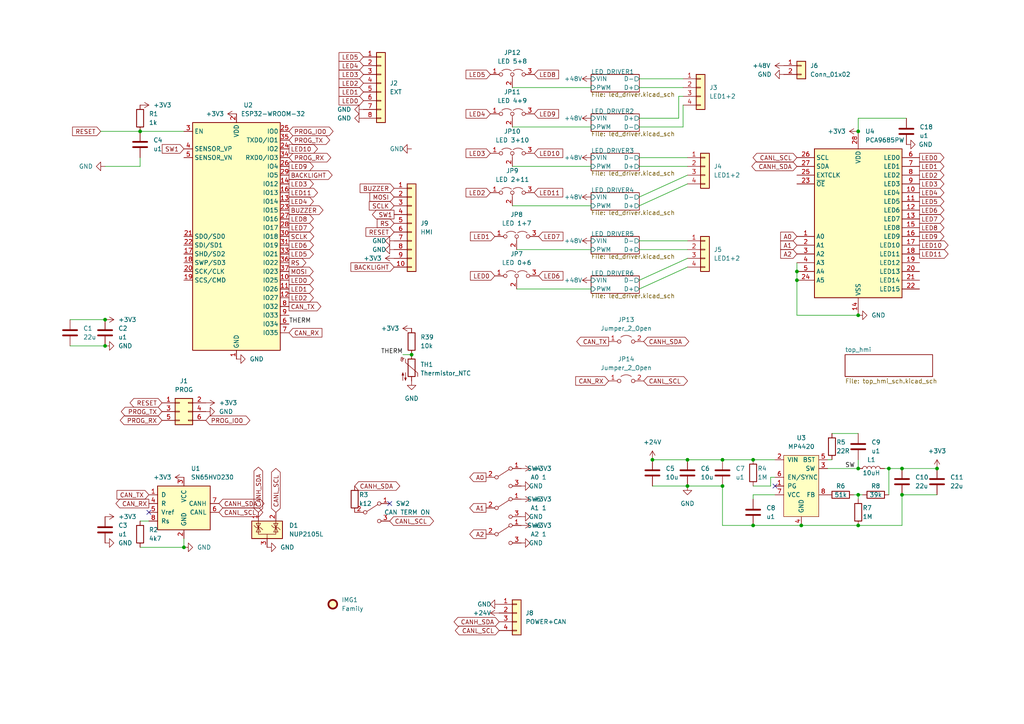
<source format=kicad_sch>
(kicad_sch (version 20211123) (generator eeschema)
  (paper "A4")
  (lib_symbols
    (symbol "Connector_Generic:Conn_01x02" (pin_names (offset 1.016) hide)
      (property "Reference" "J" (at 0 2.54 0))
      (property "Value" "Conn_01x02" (at 0 -5.08 0))
      (symbol "Conn_01x02_1_1"
        (pin passive line (at -5.08 0 0) (length 3.81) (name "Pin_1") (number "1"))
        (pin passive line (at -5.08 -2.54 0) (length 3.81) (name "Pin_2") (number "2"))
      )
    )
    (symbol "Connector_Generic:Conn_01x04" (pin_names (offset 1.016) hide)
      (property "Reference" "J" (at 0 5.08 0))
      (property "Value" "Conn_01x04" (at 0 -7.62 0))
      (symbol "Conn_01x04_1_1"
        (pin passive line (at -5.08 2.54 0) (length 3.81) (name "Pin_1") (number "1"))
        (pin passive line (at -5.08 0 0) (length 3.81) (name "Pin_2") (number "2"))
        (pin passive line (at -5.08 -2.54 0) (length 3.81) (name "Pin_3") (number "3"))
        (pin passive line (at -5.08 -5.08 0) (length 3.81) (name "Pin_4") (number "4"))
      )
    )
    (symbol "Connector_Generic:Conn_01x08" (pin_names (offset 1.016) hide)
      (property "Reference" "J" (at 0 10.16 0))
      (property "Value" "Conn_01x08" (at 0 -12.7 0))
      (symbol "Conn_01x08_1_1"
        (pin passive line (at -5.08 7.62 0) (length 3.81) (name "Pin_1") (number "1"))
        (pin passive line (at -5.08 5.08 0) (length 3.81) (name "Pin_2") (number "2"))
        (pin passive line (at -5.08 2.54 0) (length 3.81) (name "Pin_3") (number "3"))
        (pin passive line (at -5.08 0 0) (length 3.81) (name "Pin_4") (number "4"))
        (pin passive line (at -5.08 -2.54 0) (length 3.81) (name "Pin_5") (number "5"))
        (pin passive line (at -5.08 -5.08 0) (length 3.81) (name "Pin_6") (number "6"))
        (pin passive line (at -5.08 -7.62 0) (length 3.81) (name "Pin_7") (number "7"))
        (pin passive line (at -5.08 -10.16 0) (length 3.81) (name "Pin_8") (number "8"))
      )
    )
    (symbol "Connector_Generic:Conn_01x10" (pin_names (offset 1.016) hide)
      (property "Reference" "J" (at 0 12.7 0))
      (property "Value" "Conn_01x10" (at 0 -15.24 0))
      (symbol "Conn_01x10_1_1"
        (pin passive line (at -5.08 10.16 0) (length 3.81) (name "Pin_1") (number "1"))
        (pin passive line (at -5.08 -12.7 0) (length 3.81) (name "Pin_10") (number "10"))
        (pin passive line (at -5.08 7.62 0) (length 3.81) (name "Pin_2") (number "2"))
        (pin passive line (at -5.08 5.08 0) (length 3.81) (name "Pin_3") (number "3"))
        (pin passive line (at -5.08 2.54 0) (length 3.81) (name "Pin_4") (number "4"))
        (pin passive line (at -5.08 0 0) (length 3.81) (name "Pin_5") (number "5"))
        (pin passive line (at -5.08 -2.54 0) (length 3.81) (name "Pin_6") (number "6"))
        (pin passive line (at -5.08 -5.08 0) (length 3.81) (name "Pin_7") (number "7"))
        (pin passive line (at -5.08 -7.62 0) (length 3.81) (name "Pin_8") (number "8"))
        (pin passive line (at -5.08 -10.16 0) (length 3.81) (name "Pin_9") (number "9"))
      )
    )
    (symbol "Connector_Generic:Conn_02x03_Odd_Even" (pin_names (offset 1.016) hide)
      (property "Reference" "J" (at 1.27 5.08 0))
      (property "Value" "Conn_02x03_Odd_Even" (at 1.27 -5.08 0))
      (symbol "Conn_02x03_Odd_Even_1_1"
        (pin passive line (at -5.08 2.54 0) (length 3.81) (name "Pin_1") (number "1"))
        (pin passive line (at 7.62 2.54 180) (length 3.81) (name "Pin_2") (number "2"))
        (pin passive line (at -5.08 0 0) (length 3.81) (name "Pin_3") (number "3"))
        (pin passive line (at 7.62 0 180) (length 3.81) (name "Pin_4") (number "4"))
        (pin passive line (at -5.08 -2.54 0) (length 3.81) (name "Pin_5") (number "5"))
        (pin passive line (at 7.62 -2.54 180) (length 3.81) (name "Pin_6") (number "6"))
      )
    )
    (symbol "Device:C" (pin_numbers hide) (pin_names (offset 0.254))
      (property "Reference" "C" (at 0.635 2.54 0))
      (property "Value" "C" (at 0.635 -2.54 0))
      (symbol "C_1_1"
        (pin passive line (at 0 3.81 270) (length 2.794) (name "~") (number "1"))
        (pin passive line (at 0 -3.81 90) (length 2.794) (name "~") (number "2"))
      )
    )
    (symbol "Device:L" (pin_numbers hide) (pin_names (offset 1.016) hide)
      (property "Reference" "L" (at -1.27 0 90))
      (property "Value" "L" (at 1.905 0 90))
      (symbol "L_1_1"
        (pin passive line (at 0 3.81 270) (length 1.27) (name "1") (number "1"))
        (pin passive line (at 0 -3.81 90) (length 1.27) (name "2") (number "2"))
      )
    )
    (symbol "Device:R" (pin_numbers hide) (pin_names (offset 0))
      (property "Reference" "R" (at 2.032 0 90))
      (property "Value" "R" (at 0 0 90))
      (symbol "R_1_1"
        (pin passive line (at 0 3.81 270) (length 1.27) (name "~") (number "1"))
        (pin passive line (at 0 -3.81 90) (length 1.27) (name "~") (number "2"))
      )
    )
    (symbol "Device:Thermistor_NTC" (pin_numbers hide) (pin_names (offset 0))
      (property "Reference" "TH" (at -4.445 0 90))
      (property "Value" "Thermistor_NTC" (at 3.175 0 90))
      (symbol "Thermistor_NTC_1_1"
        (pin passive line (at 0 3.81 270) (length 1.27) (name "~") (number "1"))
        (pin passive line (at 0 -3.81 90) (length 1.27) (name "~") (number "2"))
      )
    )
    (symbol "Driver_LED:PCA9685PW"
      (property "Reference" "U" (at -12.7 22.225 0))
      (property "Value" "PCA9685PW" (at 1.27 22.225 0))
      (symbol "PCA9685PW_1_1"
        (pin input line (at -17.78 -5.08 0) (length 5.08) (name "A0") (number "1"))
        (pin output line (at 17.78 7.62 180) (length 5.08) (name "LED4") (number "10"))
        (pin output line (at 17.78 5.08 180) (length 5.08) (name "LED5") (number "11"))
        (pin output line (at 17.78 2.54 180) (length 5.08) (name "LED6") (number "12"))
        (pin output line (at 17.78 0 180) (length 5.08) (name "LED7") (number "13"))
        (pin power_in line (at 0 -27.94 90) (length 5.08) (name "VSS") (number "14"))
        (pin output line (at 17.78 -2.54 180) (length 5.08) (name "LED8") (number "15"))
        (pin output line (at 17.78 -5.08 180) (length 5.08) (name "LED9") (number "16"))
        (pin output line (at 17.78 -7.62 180) (length 5.08) (name "LED10") (number "17"))
        (pin output line (at 17.78 -10.16 180) (length 5.08) (name "LED11") (number "18"))
        (pin output line (at 17.78 -12.7 180) (length 5.08) (name "LED12") (number "19"))
        (pin input line (at -17.78 -7.62 0) (length 5.08) (name "A1") (number "2"))
        (pin output line (at 17.78 -15.24 180) (length 5.08) (name "LED13") (number "20"))
        (pin output line (at 17.78 -17.78 180) (length 5.08) (name "LED14") (number "21"))
        (pin output line (at 17.78 -20.32 180) (length 5.08) (name "LED15") (number "22"))
        (pin input line (at -17.78 10.16 0) (length 5.08) (name "~{OE}") (number "23"))
        (pin input line (at -17.78 -17.78 0) (length 5.08) (name "A5") (number "24"))
        (pin input line (at -17.78 12.7 0) (length 5.08) (name "EXTCLK") (number "25"))
        (pin input line (at -17.78 17.78 0) (length 5.08) (name "SCL") (number "26"))
        (pin bidirectional line (at -17.78 15.24 0) (length 5.08) (name "SDA") (number "27"))
        (pin power_in line (at 0 25.4 270) (length 5.08) (name "VDD") (number "28"))
        (pin input line (at -17.78 -10.16 0) (length 5.08) (name "A2") (number "3"))
        (pin input line (at -17.78 -12.7 0) (length 5.08) (name "A3") (number "4"))
        (pin input line (at -17.78 -15.24 0) (length 5.08) (name "A4") (number "5"))
        (pin output line (at 17.78 17.78 180) (length 5.08) (name "LED0") (number "6"))
        (pin output line (at 17.78 15.24 180) (length 5.08) (name "LED1") (number "7"))
        (pin output line (at 17.78 12.7 180) (length 5.08) (name "LED2") (number "8"))
        (pin output line (at 17.78 10.16 180) (length 5.08) (name "LED3") (number "9"))
      )
    )
    (symbol "Interface_CAN_LIN:SN65HVD230" (pin_names (offset 1.016))
      (property "Reference" "U" (at -2.54 10.16 0))
      (property "Value" "SN65HVD230" (at -2.54 7.62 0))
      (symbol "SN65HVD230_1_1"
        (pin input line (at -10.16 2.54 0) (length 2.54) (name "D") (number "1"))
        (pin power_in line (at 0 -10.16 90) (length 2.54) (name "GND") (number "2"))
        (pin power_in line (at 0 7.62 270) (length 2.54) (name "VCC") (number "3"))
        (pin output line (at -10.16 0 0) (length 2.54) (name "R") (number "4"))
        (pin output line (at -10.16 -2.54 0) (length 2.54) (name "Vref") (number "5"))
        (pin bidirectional line (at 10.16 -2.54 180) (length 2.54) (name "CANL") (number "6"))
        (pin bidirectional line (at 10.16 0 180) (length 2.54) (name "CANH") (number "7"))
        (pin input line (at -10.16 -5.08 0) (length 2.54) (name "Rs") (number "8"))
      )
    )
    (symbol "Jumper:Jumper_2_Open" (pin_names (offset 0) hide)
      (property "Reference" "JP" (at 0 2.794 0))
      (property "Value" "Jumper_2_Open" (at 0 -2.286 0))
      (symbol "Jumper_2_Open_1_1"
        (pin passive line (at -5.08 0 0) (length 2.54) (name "A") (number "1"))
        (pin passive line (at 5.08 0 180) (length 2.54) (name "B") (number "2"))
      )
    )
    (symbol "Jumper:Jumper_3_Open" (pin_names (offset 0) hide)
      (property "Reference" "JP" (at -2.54 -2.54 0))
      (property "Value" "Jumper_3_Open" (at 0 2.794 0))
      (symbol "Jumper_3_Open_1_1"
        (pin passive line (at -6.35 0 0) (length 2.54) (name "A") (number "1"))
        (pin input line (at 0 -3.81 90) (length 2.54) (name "C") (number "2"))
        (pin passive line (at 6.35 0 180) (length 2.54) (name "B") (number "3"))
      )
    )
    (symbol "Mechanical:Fiducial"
      (property "Reference" "FID" (at 0 5.08 0))
      (property "Value" "Fiducial" (at 0 3.175 0))
    )
    (symbol "Power_Protection:NUP2105L" (pin_names hide)
      (property "Reference" "D" (at 5.715 2.54 0))
      (property "Value" "NUP2105L" (at 5.715 0.635 0))
      (symbol "NUP2105L_0_0"
        (pin passive line (at 0 -5.08 90) (length 2.54) (name "A") (number "3"))
      )
      (symbol "NUP2105L_1_1"
        (pin passive line (at -2.54 5.08 270) (length 2.54) (name "K") (number "1"))
        (pin passive line (at 2.54 5.08 270) (length 2.54) (name "K") (number "2"))
      )
    )
    (symbol "RF_Module:ESP32-WROOM-32"
      (property "Reference" "U" (at -12.7 34.29 0))
      (property "Value" "ESP32-WROOM-32" (at 1.27 34.29 0))
      (symbol "ESP32-WROOM-32_1_1"
        (pin power_in line (at 0 -35.56 90) (length 2.54) (name "GND") (number "1"))
        (pin bidirectional line (at 15.24 -12.7 180) (length 2.54) (name "IO25") (number "10"))
        (pin bidirectional line (at 15.24 -15.24 180) (length 2.54) (name "IO26") (number "11"))
        (pin bidirectional line (at 15.24 -17.78 180) (length 2.54) (name "IO27") (number "12"))
        (pin bidirectional line (at 15.24 10.16 180) (length 2.54) (name "IO14") (number "13"))
        (pin bidirectional line (at 15.24 15.24 180) (length 2.54) (name "IO12") (number "14"))
        (pin passive line (at 0 -35.56 90) (length 2.54) hide (name "GND") (number "15"))
        (pin bidirectional line (at 15.24 12.7 180) (length 2.54) (name "IO13") (number "16"))
        (pin bidirectional line (at -15.24 -5.08 0) (length 2.54) (name "SHD/SD2") (number "17"))
        (pin bidirectional line (at -15.24 -7.62 0) (length 2.54) (name "SWP/SD3") (number "18"))
        (pin bidirectional line (at -15.24 -12.7 0) (length 2.54) (name "SCS/CMD") (number "19"))
        (pin power_in line (at 0 35.56 270) (length 2.54) (name "VDD") (number "2"))
        (pin bidirectional line (at -15.24 -10.16 0) (length 2.54) (name "SCK/CLK") (number "20"))
        (pin bidirectional line (at -15.24 0 0) (length 2.54) (name "SDO/SD0") (number "21"))
        (pin bidirectional line (at -15.24 -2.54 0) (length 2.54) (name "SDI/SD1") (number "22"))
        (pin bidirectional line (at 15.24 7.62 180) (length 2.54) (name "IO15") (number "23"))
        (pin bidirectional line (at 15.24 25.4 180) (length 2.54) (name "IO2") (number "24"))
        (pin bidirectional line (at 15.24 30.48 180) (length 2.54) (name "IO0") (number "25"))
        (pin bidirectional line (at 15.24 20.32 180) (length 2.54) (name "IO4") (number "26"))
        (pin bidirectional line (at 15.24 5.08 180) (length 2.54) (name "IO16") (number "27"))
        (pin bidirectional line (at 15.24 2.54 180) (length 2.54) (name "IO17") (number "28"))
        (pin bidirectional line (at 15.24 17.78 180) (length 2.54) (name "IO5") (number "29"))
        (pin input line (at -15.24 30.48 0) (length 2.54) (name "EN") (number "3"))
        (pin bidirectional line (at 15.24 0 180) (length 2.54) (name "IO18") (number "30"))
        (pin bidirectional line (at 15.24 -2.54 180) (length 2.54) (name "IO19") (number "31"))
        (pin no_connect line (at -12.7 -27.94 0) (length 2.54) hide (name "NC") (number "32"))
        (pin bidirectional line (at 15.24 -5.08 180) (length 2.54) (name "IO21") (number "33"))
        (pin bidirectional line (at 15.24 22.86 180) (length 2.54) (name "RXD0/IO3") (number "34"))
        (pin bidirectional line (at 15.24 27.94 180) (length 2.54) (name "TXD0/IO1") (number "35"))
        (pin bidirectional line (at 15.24 -7.62 180) (length 2.54) (name "IO22") (number "36"))
        (pin bidirectional line (at 15.24 -10.16 180) (length 2.54) (name "IO23") (number "37"))
        (pin passive line (at 0 -35.56 90) (length 2.54) hide (name "GND") (number "38"))
        (pin passive line (at 0 -35.56 90) (length 2.54) hide (name "GND") (number "39"))
        (pin input line (at -15.24 25.4 0) (length 2.54) (name "SENSOR_VP") (number "4"))
        (pin input line (at -15.24 22.86 0) (length 2.54) (name "SENSOR_VN") (number "5"))
        (pin input line (at 15.24 -25.4 180) (length 2.54) (name "IO34") (number "6"))
        (pin input line (at 15.24 -27.94 180) (length 2.54) (name "IO35") (number "7"))
        (pin bidirectional line (at 15.24 -20.32 180) (length 2.54) (name "IO32") (number "8"))
        (pin bidirectional line (at 15.24 -22.86 180) (length 2.54) (name "IO33") (number "9"))
      )
    )
    (symbol "Switch:SW_SPDT" (pin_names (offset 0) hide)
      (property "Reference" "SW" (at 0 4.318 0))
      (property "Value" "SW_SPDT" (at 0 -5.08 0))
      (symbol "SW_SPDT_1_1"
        (pin passive line (at 5.08 2.54 180) (length 2.54) (name "A") (number "1"))
        (pin passive line (at -5.08 0 0) (length 2.54) (name "B") (number "2"))
        (pin passive line (at 5.08 -2.54 180) (length 2.54) (name "C") (number "3"))
      )
    )
    (symbol "liebler_CONN:SensactBusConnector" (pin_names (offset 1.016))
      (property "Reference" "J1" (at 1.4732 19.431 0))
      (property "Value" "SensactBusConnector" (at 1.4732 17.1196 0))
      (symbol "SensactBusConnector_1_1"
        (pin power_in line (at 7.62 11.43 180) (length 2.54) (name "3V3") (number "1"))
        (pin power_in line (at 7.62 -11.43 180) (length 2.54) (name "GND") (number "10"))
        (pin output line (at 7.62 8.89 180) (length 2.54) (name "SCL") (number "2"))
        (pin bidirectional line (at 7.62 6.35 180) (length 2.54) (name "SDA") (number "3"))
        (pin bidirectional line (at 7.62 3.81 180) (length 2.54) (name "INT0") (number "4"))
        (pin bidirectional line (at 7.62 1.27 180) (length 2.54) (name "INT1") (number "5"))
        (pin bidirectional line (at 7.62 -1.27 180) (length 2.54) (name "INT2") (number "6"))
        (pin power_in line (at 7.62 -3.81 180) (length 2.54) (name "24V") (number "7"))
        (pin power_in line (at 7.62 -6.35 180) (length 2.54) (name "24V") (number "8"))
        (pin power_in line (at 7.62 -8.89 180) (length 2.54) (name "GND") (number "9"))
      )
    )
    (symbol "liebler_SEMICONDUCTORS:MP4420" (pin_names (offset 1.016))
      (property "Reference" "U" (at 0 10.16 0))
      (property "Value" "MP4420" (at 0 7.62 0))
      (symbol "MP4420_1_1"
        (pin output line (at -7.62 -2.54 0) (length 2.54) (name "PG") (number "1"))
        (pin power_in line (at -7.62 5.08 0) (length 2.54) (name "VIN") (number "2"))
        (pin output line (at 7.62 2.54 180) (length 2.54) (name "SW") (number "3"))
        (pin power_in line (at 0 -13.97 90) (length 2.54) (name "GND") (number "4"))
        (pin tri_state line (at 7.62 5.08 180) (length 2.54) (name "BST") (number "5"))
        (pin input line (at -7.62 0 0) (length 2.54) (name "EN/SYNC") (number "6"))
        (pin power_out line (at -7.62 -5.08 0) (length 2.54) (name "VCC") (number "7"))
        (pin input line (at 7.62 -5.08 180) (length 2.54) (name "FB") (number "8"))
      )
    )
    (symbol "power:+24V" (power) (pin_names (offset 0))
      (property "Value" "+24V" (at 0 3.556 0))
      (symbol "+24V_1_1"
        (pin power_in line (at 0 0 90) (length 0) hide (name "+24V") (number "1"))
      )
    )
    (symbol "power:+3V3" (power) (pin_names (offset 0))
      (property "Value" "+3V3" (at 0 3.556 0))
      (symbol "+3V3_1_1"
        (pin power_in line (at 0 0 90) (length 0) hide (name "+3V3") (number "1"))
      )
    )
    (symbol "power:+48V" (power) (pin_names (offset 0))
      (property "Value" "+48V" (at 0 3.556 0))
      (symbol "+48V_1_1"
        (pin power_in line (at 0 0 90) (length 0) hide (name "+48V") (number "1"))
      )
    )
    (symbol "power:GND" (power) (pin_names (offset 0))
      (property "Value" "GND" (at 0 -3.81 0))
      (symbol "GND_1_1"
        (pin power_in line (at 0 0 270) (length 0) hide (name "GND") (number "1"))
      )
    )
  )
  (junction (at 30.48 92.71))
  (junction (at 218.44 133.35))
  (junction (at 53.34 158.75))
  (junction (at 248.92 38.1))
  (junction (at 209.55 140.97))
  (junction (at 248.92 143.51))
  (junction (at 40.64 38.1))
  (junction (at 199.39 133.35))
  (junction (at 248.92 91.44))
  (junction (at 257.81 135.89))
  (junction (at 30.48 100.33))
  (junction (at 231.14 78.74))
  (junction (at 119.38 102.87))
  (junction (at 232.41 152.4))
  (junction (at 261.62 143.51))
  (junction (at 209.55 133.35))
  (junction (at 261.62 135.89))
  (junction (at 231.14 81.28))
  (junction (at 271.78 135.89))
  (junction (at 218.44 152.4))
  (junction (at 189.23 133.35))
  (junction (at 199.39 140.97))
  (junction (at 248.92 135.89))
  (junction (at 248.92 152.4))
  (no_connect (at 224.79 140.97))
  (no_connect (at 43.18 148.59))
  (no_connect (at 326.39 113.03))
  (no_connect (at 326.39 107.95))
  (no_connect (at 326.39 110.49))
  (no_connect (at 113.03 146.05))
  (wire (pts (xy 257.81 135.89) (xy 256.54 135.89)))
  (wire (pts (xy 231.14 91.44) (xy 231.14 81.28)))
  (wire (pts (xy 248.92 135.89) (xy 248.92 133.35)))
  (wire (pts (xy 261.62 135.89) (xy 271.78 135.89)))
  (wire (pts (xy 218.44 140.97) (xy 223.52 140.97)))
  (wire (pts (xy 198.12 30.48) (xy 198.12 36.83)))
  (wire (pts (xy 185.42 83.82) (xy 199.39 77.47)))
  (wire (pts (xy 257.81 143.51) (xy 257.81 135.89)))
  (wire (pts (xy 185.42 57.15) (xy 199.39 50.8)))
  (wire (pts (xy 240.03 135.89) (xy 248.92 135.89)))
  (wire (pts (xy 40.64 158.75) (xy 53.34 158.75)))
  (wire (pts (xy 116.84 102.87) (xy 119.38 102.87)))
  (wire (pts (xy 20.32 92.71) (xy 30.48 92.71)))
  (wire (pts (xy 40.64 151.13) (xy 43.18 151.13)))
  (wire (pts (xy 196.85 34.29) (xy 196.85 27.94)))
  (wire (pts (xy 185.42 48.26) (xy 199.39 48.26)))
  (wire (pts (xy 209.55 152.4) (xy 218.44 152.4)))
  (wire (pts (xy 53.34 156.21) (xy 53.34 158.75)))
  (wire (pts (xy 218.44 133.35) (xy 224.79 133.35)))
  (wire (pts (xy 231.14 81.28) (xy 231.14 78.74)))
  (wire (pts (xy 149.86 83.82) (xy 171.45 83.82)))
  (wire (pts (xy 248.92 143.51) (xy 248.92 144.78)))
  (wire (pts (xy 199.39 140.97) (xy 209.55 140.97)))
  (wire (pts (xy 30.48 48.26) (xy 40.64 48.26)))
  (wire (pts (xy 20.32 100.33) (xy 30.48 100.33)))
  (wire (pts (xy 185.42 36.83) (xy 198.12 36.83)))
  (wire (pts (xy 185.42 22.86) (xy 198.12 22.86)))
  (wire (pts (xy 218.44 143.51) (xy 218.44 144.78)))
  (wire (pts (xy 149.86 72.39) (xy 171.45 72.39)))
  (wire (pts (xy 185.42 81.28) (xy 199.39 74.93)))
  (wire (pts (xy 248.92 143.51) (xy 250.19 143.51)))
  (wire (pts (xy 248.92 34.29) (xy 262.89 34.29)))
  (wire (pts (xy 148.59 25.4) (xy 171.45 25.4)))
  (wire (pts (xy 232.41 152.4) (xy 248.92 152.4)))
  (wire (pts (xy 196.85 27.94) (xy 198.12 27.94)))
  (wire (pts (xy 248.92 34.29) (xy 248.92 38.1)))
  (wire (pts (xy 209.55 152.4) (xy 209.55 140.97)))
  (wire (pts (xy 231.14 78.74) (xy 231.14 76.2)))
  (wire (pts (xy 185.42 34.29) (xy 196.85 34.29)))
  (wire (pts (xy 148.59 59.69) (xy 171.45 59.69)))
  (wire (pts (xy 189.23 140.97) (xy 199.39 140.97)))
  (wire (pts (xy 185.42 25.4) (xy 198.12 25.4)))
  (wire (pts (xy 223.52 138.43) (xy 224.79 138.43)))
  (wire (pts (xy 257.81 135.89) (xy 261.62 135.89)))
  (wire (pts (xy 189.23 133.35) (xy 199.39 133.35)))
  (wire (pts (xy 185.42 45.72) (xy 199.39 45.72)))
  (wire (pts (xy 248.92 152.4) (xy 261.62 152.4)))
  (wire (pts (xy 247.65 143.51) (xy 248.92 143.51)))
  (wire (pts (xy 148.59 36.83) (xy 171.45 36.83)))
  (wire (pts (xy 240.03 133.35) (xy 241.3 133.35)))
  (wire (pts (xy 261.62 143.51) (xy 271.78 143.51)))
  (wire (pts (xy 185.42 69.85) (xy 199.39 69.85)))
  (wire (pts (xy 248.92 91.44) (xy 231.14 91.44)))
  (wire (pts (xy 185.42 59.69) (xy 199.39 53.34)))
  (wire (pts (xy 218.44 152.4) (xy 232.41 152.4)))
  (wire (pts (xy 185.42 72.39) (xy 199.39 72.39)))
  (wire (pts (xy 199.39 133.35) (xy 209.55 133.35)))
  (wire (pts (xy 261.62 152.4) (xy 261.62 143.51)))
  (wire (pts (xy 209.55 133.35) (xy 218.44 133.35)))
  (wire (pts (xy 326.39 100.33) (xy 335.28 100.33)))
  (wire (pts (xy 223.52 140.97) (xy 223.52 138.43)))
  (wire (pts (xy 40.64 48.26) (xy 40.64 45.72)))
  (wire (pts (xy 29.21 38.1) (xy 40.64 38.1)))
  (wire (pts (xy 241.3 125.73) (xy 248.92 125.73)))
  (wire (pts (xy 148.59 48.26) (xy 171.45 48.26)))
  (wire (pts (xy 224.79 143.51) (xy 218.44 143.51)))
  (wire (pts (xy 40.64 38.1) (xy 53.34 38.1)))
  (label "THERM" (at 116.84 102.87 180))
  (label "THERM" (at 83.82 93.98 0))
  (label "SW" (at 245.11 135.89 0))
  (global_label "LED11" (shape output) (at 83.82 55.88 0) (property "Intersheet References" "${INTERSHEET_REFS}" (effects hide)))
  (global_label "CANH_SDA" (shape bidirectional) (at 102.87 140.97 0) (property "Intersheet References" "${INTERSHEET_REFS}" (effects hide)))
  (global_label "BUZZER" (shape input) (at 114.3 54.61 180) (property "Intersheet References" "${INTERSHEET_REFS}" (effects hide)))
  (global_label "RS" (shape input) (at 114.3 64.77 180) (property "Intersheet References" "${INTERSHEET_REFS}" (effects hide)))
  (global_label "BUZZER" (shape output) (at 83.82 60.96 0) (property "Intersheet References" "${INTERSHEET_REFS}" (effects hide)))
  (global_label "CAN_TX" (shape input) (at 43.18 143.51 180) (property "Intersheet References" "${INTERSHEET_REFS}" (effects hide)))
  (global_label "A0" (shape input) (at 231.14 68.58 180) (property "Intersheet References" "${INTERSHEET_REFS}" (effects hide)))
  (global_label "LED5" (shape input) (at 142.24 21.59 180) (property "Intersheet References" "${INTERSHEET_REFS}" (effects hide)))
  (global_label "LED6" (shape output) (at 266.7 60.96 0) (property "Intersheet References" "${INTERSHEET_REFS}" (effects hide)))
  (global_label "SW1" (shape output) (at 114.3 62.23 180) (property "Intersheet References" "${INTERSHEET_REFS}" (effects hide)))
  (global_label "LED4" (shape input) (at 105.41 19.05 180) (property "Intersheet References" "${INTERSHEET_REFS}" (effects hide)))
  (global_label "LED3" (shape input) (at 142.24 44.45 180) (property "Intersheet References" "${INTERSHEET_REFS}" (effects hide)))
  (global_label "LED11" (shape input) (at 154.94 55.88 0) (property "Intersheet References" "${INTERSHEET_REFS}" (effects hide)))
  (global_label "LED2" (shape output) (at 83.82 86.36 0) (property "Intersheet References" "${INTERSHEET_REFS}" (effects hide)))
  (global_label "RESET" (shape input) (at 114.3 67.31 180) (property "Intersheet References" "${INTERSHEET_REFS}" (effects hide)))
  (global_label "CANH_SDA" (shape bidirectional) (at 231.14 48.26 180) (property "Intersheet References" "${INTERSHEET_REFS}" (effects hide)))
  (global_label "A1" (shape input) (at 231.14 71.12 180) (property "Intersheet References" "${INTERSHEET_REFS}" (effects hide)))
  (global_label "CANH_SDA" (shape bidirectional) (at 144.78 180.34 180) (property "Intersheet References" "${INTERSHEET_REFS}" (effects hide)))
  (global_label "A2" (shape input) (at 231.14 73.66 180) (property "Intersheet References" "${INTERSHEET_REFS}" (effects hide)))
  (global_label "CAN_TX" (shape output) (at 176.53 99.06 180) (property "Intersheet References" "${INTERSHEET_REFS}" (effects hide)))
  (global_label "CANL_SCL" (shape bidirectional) (at 80.01 148.59 90) (property "Intersheet References" "${INTERSHEET_REFS}" (effects hide)))
  (global_label "LED2" (shape input) (at 142.24 55.88 180) (property "Intersheet References" "${INTERSHEET_REFS}" (effects hide)))
  (global_label "CANH_SDA" (shape bidirectional) (at 326.39 105.41 0) (property "Intersheet References" "${INTERSHEET_REFS}" (effects hide)))
  (global_label "LED11" (shape output) (at 266.7 73.66 0) (property "Intersheet References" "${INTERSHEET_REFS}" (effects hide)))
  (global_label "CANL_SCL" (shape bidirectional) (at 63.5 148.59 0) (property "Intersheet References" "${INTERSHEET_REFS}" (effects hide)))
  (global_label "LED9" (shape output) (at 83.82 48.26 0) (property "Intersheet References" "${INTERSHEET_REFS}" (effects hide)))
  (global_label "LED2" (shape output) (at 266.7 50.8 0) (property "Intersheet References" "${INTERSHEET_REFS}" (effects hide)))
  (global_label "LED7" (shape input) (at 156.21 68.58 0) (property "Intersheet References" "${INTERSHEET_REFS}" (effects hide)))
  (global_label "SCLK" (shape output) (at 83.82 68.58 0) (property "Intersheet References" "${INTERSHEET_REFS}" (effects hide)))
  (global_label "LED7" (shape output) (at 266.7 63.5 0) (property "Intersheet References" "${INTERSHEET_REFS}" (effects hide)))
  (global_label "LED2" (shape input) (at 105.41 24.13 180) (property "Intersheet References" "${INTERSHEET_REFS}" (effects hide)))
  (global_label "RESET" (shape input) (at 29.21 38.1 180) (property "Intersheet References" "${INTERSHEET_REFS}" (effects hide)))
  (global_label "LED5" (shape input) (at 105.41 16.51 180) (property "Intersheet References" "${INTERSHEET_REFS}" (effects hide)))
  (global_label "PROG_TX" (shape bidirectional) (at 46.99 119.38 180) (property "Intersheet References" "${INTERSHEET_REFS}" (effects hide)))
  (global_label "RS" (shape output) (at 83.82 76.2 0) (property "Intersheet References" "${INTERSHEET_REFS}" (effects hide)))
  (global_label "LED3" (shape output) (at 266.7 53.34 0) (property "Intersheet References" "${INTERSHEET_REFS}" (effects hide)))
  (global_label "LED1" (shape output) (at 266.7 48.26 0) (property "Intersheet References" "${INTERSHEET_REFS}" (effects hide)))
  (global_label "CANL_SCL" (shape bidirectional) (at 326.39 102.87 0) (property "Intersheet References" "${INTERSHEET_REFS}" (effects hide)))
  (global_label "LED1" (shape input) (at 105.41 26.67 180) (property "Intersheet References" "${INTERSHEET_REFS}" (effects hide)))
  (global_label "CAN_RX" (shape output) (at 43.18 146.05 180) (property "Intersheet References" "${INTERSHEET_REFS}" (effects hide)))
  (global_label "PROG_IO0" (shape bidirectional) (at 83.82 38.1 0) (property "Intersheet References" "${INTERSHEET_REFS}" (effects hide)))
  (global_label "BACKLIGHT" (shape output) (at 83.82 50.8 0) (property "Intersheet References" "${INTERSHEET_REFS}" (effects hide)))
  (global_label "MOSI" (shape input) (at 114.3 57.15 180) (property "Intersheet References" "${INTERSHEET_REFS}" (effects hide)))
  (global_label "LED0" (shape input) (at 105.41 29.21 180) (property "Intersheet References" "${INTERSHEET_REFS}" (effects hide)))
  (global_label "LED3" (shape input) (at 105.41 21.59 180) (property "Intersheet References" "${INTERSHEET_REFS}" (effects hide)))
  (global_label "LED4" (shape output) (at 266.7 55.88 0) (property "Intersheet References" "${INTERSHEET_REFS}" (effects hide)))
  (global_label "CANL_SCL" (shape bidirectional) (at 186.69 110.49 0) (property "Intersheet References" "${INTERSHEET_REFS}" (effects hide)))
  (global_label "PROG_TX" (shape bidirectional) (at 83.82 40.64 0) (property "Intersheet References" "${INTERSHEET_REFS}" (effects hide)))
  (global_label "LED6" (shape output) (at 83.82 71.12 0) (property "Intersheet References" "${INTERSHEET_REFS}" (effects hide)))
  (global_label "RESET" (shape bidirectional) (at 46.99 116.84 180) (property "Intersheet References" "${INTERSHEET_REFS}" (effects hide)))
  (global_label "PROG_RX" (shape bidirectional) (at 46.99 121.92 180) (property "Intersheet References" "${INTERSHEET_REFS}" (effects hide)))
  (global_label "CANH_SDA" (shape bidirectional) (at 74.93 148.59 90) (property "Intersheet References" "${INTERSHEET_REFS}" (effects hide)))
  (global_label "CANL_SCL" (shape bidirectional) (at 231.14 45.72 180) (property "Intersheet References" "${INTERSHEET_REFS}" (effects hide)))
  (global_label "LED3" (shape output) (at 83.82 53.34 0) (property "Intersheet References" "${INTERSHEET_REFS}" (effects hide)))
  (global_label "LED4" (shape input) (at 142.24 33.02 180) (property "Intersheet References" "${INTERSHEET_REFS}" (effects hide)))
  (global_label "LED1" (shape input) (at 143.51 68.58 180) (property "Intersheet References" "${INTERSHEET_REFS}" (effects hide)))
  (global_label "SW1" (shape input) (at 53.34 43.18 180) (property "Intersheet References" "${INTERSHEET_REFS}" (effects hide)))
  (global_label "LED8" (shape output) (at 83.82 63.5 0) (property "Intersheet References" "${INTERSHEET_REFS}" (effects hide)))
  (global_label "LED0" (shape output) (at 83.82 81.28 0) (property "Intersheet References" "${INTERSHEET_REFS}" (effects hide)))
  (global_label "LED10" (shape output) (at 266.7 71.12 0) (property "Intersheet References" "${INTERSHEET_REFS}" (effects hide)))
  (global_label "CAN_TX" (shape output) (at 83.82 88.9 0) (property "Intersheet References" "${INTERSHEET_REFS}" (effects hide)))
  (global_label "PROG_RX" (shape bidirectional) (at 83.82 45.72 0) (property "Intersheet References" "${INTERSHEET_REFS}" (effects hide)))
  (global_label "LED8" (shape output) (at 266.7 66.04 0) (property "Intersheet References" "${INTERSHEET_REFS}" (effects hide)))
  (global_label "LED0" (shape output) (at 266.7 45.72 0) (property "Intersheet References" "${INTERSHEET_REFS}" (effects hide)))
  (global_label "CANH_SDA" (shape bidirectional) (at 186.69 99.06 0) (property "Intersheet References" "${INTERSHEET_REFS}" (effects hide)))
  (global_label "BACKLIGHT" (shape input) (at 114.3 77.47 180) (property "Intersheet References" "${INTERSHEET_REFS}" (effects hide)))
  (global_label "CANL_SCL" (shape bidirectional) (at 144.78 182.88 180) (property "Intersheet References" "${INTERSHEET_REFS}" (effects hide)))
  (global_label "MOSI" (shape output) (at 83.82 78.74 0) (property "Intersheet References" "${INTERSHEET_REFS}" (effects hide)))
  (global_label "LED4" (shape output) (at 83.82 58.42 0) (property "Intersheet References" "${INTERSHEET_REFS}" (effects hide)))
  (global_label "LED9" (shape output) (at 266.7 68.58 0) (property "Intersheet References" "${INTERSHEET_REFS}" (effects hide)))
  (global_label "LED10" (shape input) (at 154.94 44.45 0) (property "Intersheet References" "${INTERSHEET_REFS}" (effects hide)))
  (global_label "CANL_SCL" (shape bidirectional) (at 113.03 151.13 0) (property "Intersheet References" "${INTERSHEET_REFS}" (effects hide)))
  (global_label "LED1" (shape output) (at 83.82 83.82 0) (property "Intersheet References" "${INTERSHEET_REFS}" (effects hide)))
  (global_label "LED5" (shape output) (at 266.7 58.42 0) (property "Intersheet References" "${INTERSHEET_REFS}" (effects hide)))
  (global_label "LED0" (shape input) (at 143.51 80.01 180) (property "Intersheet References" "${INTERSHEET_REFS}" (effects hide)))
  (global_label "SCLK" (shape input) (at 114.3 59.69 180) (property "Intersheet References" "${INTERSHEET_REFS}" (effects hide)))
  (global_label "A0" (shape output) (at 140.97 138.43 180) (property "Intersheet References" "${INTERSHEET_REFS}" (effects hide)))
  (global_label "CANH_SDA" (shape bidirectional) (at 63.5 146.05 0) (property "Intersheet References" "${INTERSHEET_REFS}" (effects hide)))
  (global_label "LED9" (shape input) (at 154.94 33.02 0) (property "Intersheet References" "${INTERSHEET_REFS}" (effects hide)))
  (global_label "LED10" (shape output) (at 83.82 43.18 0) (property "Intersheet References" "${INTERSHEET_REFS}" (effects hide)))
  (global_label "A2" (shape output) (at 140.97 154.94 180) (property "Intersheet References" "${INTERSHEET_REFS}" (effects hide)))
  (global_label "CAN_RX" (shape input) (at 83.82 96.52 0) (property "Intersheet References" "${INTERSHEET_REFS}" (effects hide)))
  (global_label "LED6" (shape input) (at 156.21 80.01 0) (property "Intersheet References" "${INTERSHEET_REFS}" (effects hide)))
  (global_label "CAN_RX" (shape input) (at 176.53 110.49 180) (property "Intersheet References" "${INTERSHEET_REFS}" (effects hide)))
  (global_label "PROG_IO0" (shape bidirectional) (at 59.69 121.92 0) (property "Intersheet References" "${INTERSHEET_REFS}" (effects hide)))
  (global_label "LED5" (shape output) (at 83.82 73.66 0) (property "Intersheet References" "${INTERSHEET_REFS}" (effects hide)))
  (global_label "LED7" (shape output) (at 83.82 66.04 0) (property "Intersheet References" "${INTERSHEET_REFS}" (effects hide)))
  (global_label "A1" (shape output) (at 140.97 147.32 180) (property "Intersheet References" "${INTERSHEET_REFS}" (effects hide)))
  (global_label "LED8" (shape input) (at 154.94 21.59 0) (property "Intersheet References" "${INTERSHEET_REFS}" (effects hide)))
  (symbol (lib_id "power:GND") (at 248.92 91.44 90) (unit 1)
    (property "Reference" "#PWR016" (effects hide))
    (property "Value" "GND" (at 252.73 91.4399 90) (effects (justify right)))
  )
  (symbol (lib_id "Connector_Generic:Conn_01x04") (at 204.47 72.39 0) (unit 1)
    (property "Reference" "J5" (at 207.01 72.3899 0) (effects (justify left)))
    (property "Value" "LED1+2" (at 207.01 74.9299 0) (effects (justify left)))
    (property "Footprint" "Connector_Phoenix_MC:PhoenixContact_MC_1,5_4-G-3.81_1x04_P3.81mm_Horizontal" (effects hide))
  )
  (symbol (lib_id "power:GND") (at 30.48 100.33 90) (unit 1)
    (property "Reference" "#PWR03" (effects hide))
    (property "Value" "GND" (at 34.29 100.3299 90) (effects (justify right)))
  )
  (symbol (lib_id "Device:C") (at 261.62 139.7 0) (unit 1)
    (property "Reference" "C10" (at 265.43 138.4299 0) (effects (justify left)))
    (property "Value" "22u" (at 265.43 140.9699 0) (effects (justify left)))
    (property "Footprint" "Capacitor_SMD:C_0603_1608Metric" (effects hide))
  )
  (symbol (lib_id "Switch:SW_SPDT") (at 146.05 147.32 0) (unit 1)
    (property "Reference" "SW5" (at 154.94 144.78 0))
    (property "Value" "A1 1" (at 156.21 147.32 0))
    (property "Footprint" "Jumper:SolderJumper-3_P1.3mm_Open_RoundedPad1.0x1.5mm" (effects hide))
  )
  (symbol (lib_id "liebler_SEMICONDUCTORS:MP4420") (at 232.41 138.43 0) (unit 1)
    (property "Reference" "U3" (at 232.41 127 0))
    (property "Value" "MP4420" (at 232.41 129.54 0))
    (property "Footprint" "Package_TO_SOT_SMD:TSOT-23-8" (effects hide))
  )
  (symbol (lib_id "Switch:SW_SPDT") (at 340.36 100.33 0) (unit 1)
    (property "Reference" "SW3" (at 349.25 97.79 0))
    (property "Value" "INT 3V3 EXT" (at 350.52 100.33 0))
    (property "Footprint" "liebler_MECH:SW_SPDT_PCM12_handsolder" (effects hide))
  )
  (symbol (lib_id "power:+3V3") (at 248.92 38.1 90) (unit 1)
    (property "Reference" "#PWR015" (effects hide))
    (property "Value" "+3V3" (at 240.03 38.1 90) (effects (justify right)))
  )
  (symbol (lib_id "Device:C") (at 248.92 129.54 0) (unit 1)
    (property "Reference" "C9" (at 252.73 128.2699 0) (effects (justify left)))
    (property "Value" "u1" (at 252.73 130.8099 0) (effects (justify left)))
    (property "Footprint" "Capacitor_SMD:C_0603_1608Metric" (effects hide))
  )
  (symbol (lib_id "Device:R") (at 243.84 143.51 90) (unit 1)
    (property "Reference" "R6" (at 243.84 140.97 90))
    (property "Value" "51k" (at 243.84 143.51 90))
    (property "Footprint" "Resistor_SMD:R_0603_1608Metric" (effects hide))
  )
  (symbol (lib_id "power:+3V3") (at 114.3 74.93 90) (unit 1)
    (property "Reference" "#PWR0117" (effects hide))
    (property "Value" "+3V3" (at 105.41 74.93 90) (effects (justify right)))
  )
  (symbol (lib_id "Jumper:Jumper_2_Open") (at 181.61 110.49 0) (unit 1)
    (property "Reference" "JP14" (at 181.61 104.14 0))
    (property "Value" "Jumper_2_Open" (at 181.61 106.68 0))
    (property "Footprint" "Jumper:SolderJumper-2_P1.3mm_Open_RoundedPad1.0x1.5mm" (effects hide))
  )
  (symbol (lib_id "Jumper:Jumper_3_Open") (at 149.86 80.01 0) (unit 1)
    (property "Reference" "JP7" (at 149.86 73.66 0))
    (property "Value" "LED 0+6" (at 149.86 76.2 0))
    (property "Footprint" "Jumper:SolderJumper-3_P1.3mm_Open_RoundedPad1.0x1.5mm" (effects hide))
  )
  (symbol (lib_id "power:GND") (at 151.13 140.97 90) (unit 1)
    (property "Reference" "#PWR047" (effects hide))
    (property "Value" "GND" (at 157.48 140.97 90) (effects (justify left)))
  )
  (symbol (lib_id "Connector_Generic:Conn_02x03_Odd_Even") (at 52.07 119.38 0) (unit 1)
    (property "Reference" "J1" (at 53.34 110.49 0))
    (property "Value" "PROG" (at 53.34 113.03 0))
    (property "Footprint" "liebler_CONN:IDC_2x03_P1.27mm_Vertical" (effects hide))
  )
  (symbol (lib_id "Jumper:Jumper_3_Open") (at 149.86 68.58 0) (unit 1)
    (property "Reference" "JP8" (at 149.86 62.23 0))
    (property "Value" "LED 1+7" (at 149.86 64.77 0))
    (property "Footprint" "Jumper:SolderJumper-3_P1.3mm_Open_RoundedPad1.0x1.5mm" (effects hide))
  )
  (symbol (lib_id "power:+48V") (at 227.33 19.05 90) (unit 1)
    (property "Reference" "#PWR038" (effects hide))
    (property "Value" "+48V" (at 223.52 19.0499 90) (effects (justify left)))
  )
  (symbol (lib_id "power:GND") (at 151.13 149.86 90) (unit 1)
    (property "Reference" "#PWR0101" (effects hide))
    (property "Value" "GND" (at 157.48 149.86 90) (effects (justify left)))
  )
  (symbol (lib_id "power:GND") (at 119.38 43.18 270) (unit 1)
    (property "Reference" "#PWR0107" (effects hide))
    (property "Value" "GND" (at 113.03 43.18 90) (effects (justify left)))
  )
  (symbol (lib_id "Power_Protection:NUP2105L") (at 77.47 153.67 0) (unit 1)
    (property "Reference" "D1" (at 83.82 152.3999 0) (effects (justify left)))
    (property "Value" "NUP2105L" (at 83.82 154.9399 0) (effects (justify left)))
    (property "Footprint" "Package_TO_SOT_SMD:SOT-23" (effects hide))
    (property "Datasheet" "http://www.onsemi.com/pub_link/Collateral/NUP2105L-D.PDF" (effects hide))
  )
  (symbol (lib_id "power:GND") (at 105.41 31.75 270) (unit 1)
    (property "Reference" "#PWR031" (effects hide))
    (property "Value" "GND" (at 97.79 31.75 90) (effects (justify left)))
  )
  (symbol (lib_id "Device:L") (at 252.73 135.89 90) (unit 1)
    (property "Reference" "L1" (at 252.73 133.35 90))
    (property "Value" "10uH" (at 252.73 137.16 90))
    (property "Footprint" "Inductor_SMD:L_Abracon_ASPI-0630LR" (effects hide))
  )
  (symbol (lib_id "power:+48V") (at 171.45 69.85 90) (unit 1)
    (property "Reference" "#PWR036" (effects hide))
    (property "Value" "+48V" (at 168.91 69.85 90) (effects (justify left)))
  )
  (symbol (lib_id "power:+24V") (at 144.78 177.8 90) (unit 1)
    (property "Reference" "#PWR046" (effects hide))
    (property "Value" "+24V" (at 137.16 177.8 90) (effects (justify right)))
  )
  (symbol (lib_id "Jumper:Jumper_3_Open") (at 148.59 33.02 0) (unit 1)
    (property "Reference" "JP11" (at 148.59 26.67 0))
    (property "Value" "LED 4+9" (at 148.59 29.21 0))
    (property "Footprint" "Jumper:SolderJumper-3_P1.3mm_Open_RoundedPad1.0x1.5mm" (effects hide))
  )
  (symbol (lib_id "power:GND") (at 262.89 41.91 90) (unit 1)
    (property "Reference" "#PWR0106" (effects hide))
    (property "Value" "GND" (at 270.51 41.91 90) (effects (justify left)))
  )
  (symbol (lib_id "Switch:SW_SPDT") (at 146.05 138.43 0) (unit 1)
    (property "Reference" "SW4" (at 154.94 135.89 0))
    (property "Value" "A0 1" (at 156.21 138.43 0))
    (property "Footprint" "Jumper:SolderJumper-3_P1.3mm_Open_RoundedPad1.0x1.5mm" (effects hide))
  )
  (symbol (lib_id "power:GND") (at 59.69 119.38 90) (unit 1)
    (property "Reference" "#PWR010" (effects hide))
    (property "Value" "GND" (at 63.5 119.3799 90) (effects (justify right)))
  )
  (symbol (lib_id "Switch:SW_SPDT") (at 107.95 148.59 0) (unit 1)
    (property "Reference" "SW2" (at 116.84 146.05 0))
    (property "Value" "CAN TERM ON" (at 118.11 148.59 0))
    (property "Footprint" "liebler_MECH:SW_SPDT_PCM12_handsolder" (effects hide))
  )
  (symbol (lib_id "power:GND") (at 326.39 120.65 90) (unit 1)
    (property "Reference" "#PWR042" (effects hide))
    (property "Value" "GND" (at 330.2 120.6499 90) (effects (justify right)))
  )
  (symbol (lib_id "Device:R") (at 254 143.51 90) (unit 1)
    (property "Reference" "R8" (at 254 140.97 90))
    (property "Value" "39k" (at 254 143.51 90))
    (property "Footprint" "Resistor_SMD:R_0603_1608Metric" (effects hide))
  )
  (symbol (lib_id "power:GND") (at 77.47 158.75 90) (unit 1)
    (property "Reference" "#PWR013" (effects hide))
    (property "Value" "GND" (at 81.28 158.7499 90) (effects (justify right)))
  )
  (symbol (lib_id "Connector_Generic:Conn_01x04") (at 204.47 48.26 0) (unit 1)
    (property "Reference" "J4" (at 207.01 48.2599 0) (effects (justify left)))
    (property "Value" "LED1+2" (at 207.01 50.7999 0) (effects (justify left)))
    (property "Footprint" "Connector_Phoenix_MC:PhoenixContact_MC_1,5_4-G-3.81_1x04_P3.81mm_Horizontal" (effects hide))
  )
  (symbol (lib_id "power:+3V3") (at 40.64 30.48 270) (unit 1)
    (property "Reference" "#PWR06" (effects hide))
    (property "Value" "+3V3" (at 44.45 30.4799 90) (effects (justify left)))
  )
  (symbol (lib_id "power:+48V") (at 171.45 81.28 90) (unit 1)
    (property "Reference" "#PWR037" (effects hide))
    (property "Value" "+48V" (at 168.91 81.28 90) (effects (justify left)))
  )
  (symbol (lib_id "power:+48V") (at 171.45 45.72 90) (unit 1)
    (property "Reference" "#PWR034" (effects hide))
    (property "Value" "+48V" (at 168.91 45.72 90) (effects (justify left)))
  )
  (symbol (lib_id "power:+3V3") (at 151.13 144.78 270) (unit 1)
    (property "Reference" "#PWR0104" (effects hide))
    (property "Value" "+3V3" (at 160.02 144.78 90) (effects (justify right)))
  )
  (symbol (lib_id "Connector_Generic:Conn_01x08") (at 110.49 24.13 0) (unit 1)
    (property "Reference" "J2" (at 113.03 24.1299 0) (effects (justify left)))
    (property "Value" "EXT" (at 113.03 26.6699 0) (effects (justify left)))
    (property "Footprint" "Connector_PinHeader_2.54mm:PinHeader_1x08_P2.54mm_Vertical" (effects hide))
  )
  (symbol (lib_id "Device:C") (at 262.89 38.1 0) (unit 1)
    (property "Reference" "C18" (at 266.7 36.8299 0) (effects (justify left)))
    (property "Value" "u1" (at 266.7 39.3699 0) (effects (justify left)))
    (property "Footprint" "Capacitor_SMD:C_0603_1608Metric" (effects hide))
  )
  (symbol (lib_id "Jumper:Jumper_3_Open") (at 148.59 44.45 0) (unit 1)
    (property "Reference" "JP10" (at 148.59 38.1 0))
    (property "Value" "LED 3+10" (at 148.59 40.64 0))
    (property "Footprint" "Jumper:SolderJumper-3_P1.3mm_Open_RoundedPad1.0x1.5mm" (effects hide))
  )
  (symbol (lib_id "power:+3V3") (at 271.78 135.89 0) (unit 1)
    (property "Reference" "#PWR017" (effects hide))
    (property "Value" "+3V3" (at 271.78 130.81 0))
  )
  (symbol (lib_id "Jumper:Jumper_2_Open") (at 181.61 99.06 0) (unit 1)
    (property "Reference" "JP13" (at 181.61 92.71 0))
    (property "Value" "Jumper_2_Open" (at 181.61 95.25 0))
    (property "Footprint" "Jumper:SolderJumper-2_P1.3mm_Open_RoundedPad1.0x1.5mm" (effects hide))
  )
  (symbol (lib_id "power:GND") (at 326.39 123.19 90) (unit 1)
    (property "Reference" "#PWR043" (effects hide))
    (property "Value" "GND" (at 330.2 123.1899 90) (effects (justify right)))
  )
  (symbol (lib_id "power:+24V") (at 189.23 133.35 0) (unit 1)
    (property "Reference" "#PWR045" (effects hide))
    (property "Value" "+24V" (at 189.23 128.27 0))
  )
  (symbol (lib_id "Device:R") (at 248.92 148.59 0) (unit 1)
    (property "Reference" "R7" (at 250.19 147.32 0) (effects (justify left)))
    (property "Value" "1M" (at 250.19 149.86 0) (effects (justify left)))
    (property "Footprint" "Resistor_SMD:R_0603_1608Metric" (effects hide))
  )
  (symbol (lib_id "Jumper:Jumper_3_Open") (at 148.59 21.59 0) (unit 1)
    (property "Reference" "JP12" (at 148.59 15.24 0))
    (property "Value" "LED 5+8" (at 148.59 17.78 0))
    (property "Footprint" "Jumper:SolderJumper-3_P1.3mm_Open_RoundedPad1.0x1.5mm" (effects hide))
  )
  (symbol (lib_id "power:+48V") (at 171.45 57.15 90) (unit 1)
    (property "Reference" "#PWR035" (effects hide))
    (property "Value" "+48V" (at 168.91 57.15 90) (effects (justify left)))
  )
  (symbol (lib_id "power:GND") (at 30.48 157.48 90) (unit 1)
    (property "Reference" "#PWR05" (effects hide))
    (property "Value" "GND" (at 34.29 157.4799 90) (effects (justify right)))
  )
  (symbol (lib_id "power:+24V") (at 326.39 118.11 270) (unit 1)
    (property "Reference" "#PWR041" (effects hide))
    (property "Value" "+24V" (at 330.2 118.1099 90) (effects (justify left)))
  )
  (symbol (lib_id "liebler_CONN:SensactBusConnector") (at 318.77 111.76 0) (unit 1)
    (property "Reference" "J7" (at 318.77 91.44 0))
    (property "Value" "SensactBusConnector" (at 318.77 93.98 0))
    (property "Footprint" "Connector_IDC:IDC-Header_2x05_P2.54mm_Horizontal" (effects hide))
  )
  (symbol (lib_id "Device:R") (at 102.87 144.78 0) (unit 1)
    (property "Reference" "R3" (at 104.14 143.51 0) (effects (justify left)))
    (property "Value" "k12" (at 104.14 146.05 0) (effects (justify left)))
    (property "Footprint" "Resistor_SMD:R_0603_1608Metric" (effects hide))
  )
  (symbol (lib_id "Device:C") (at 199.39 137.16 0) (unit 1)
    (property "Reference" "C6" (at 203.2 135.8899 0) (effects (justify left)))
    (property "Value" "10u" (at 203.2 138.4299 0) (effects (justify left)))
    (property "Footprint" "Capacitor_SMD:C_1206_3216Metric" (effects hide))
  )
  (symbol (lib_id "Device:C") (at 189.23 137.16 0) (unit 1)
    (property "Reference" "C5" (at 193.04 135.8899 0) (effects (justify left)))
    (property "Value" "10u" (at 193.04 138.4299 0) (effects (justify left)))
    (property "Footprint" "Capacitor_SMD:C_1206_3216Metric" (effects hide))
  )
  (symbol (lib_id "power:+3V3") (at 53.34 138.43 90) (unit 1)
    (property "Reference" "#PWR07" (effects hide))
    (property "Value" "+3V3" (at 44.45 138.43 90) (effects (justify right)))
  )
  (symbol (lib_id "power:GND") (at 151.13 157.48 90) (unit 1)
    (property "Reference" "#PWR0102" (effects hide))
    (property "Value" "GND" (at 157.48 157.48 90) (effects (justify left)))
  )
  (symbol (lib_id "Device:R") (at 119.38 99.06 0) (unit 1)
    (property "Reference" "R39" (at 121.92 97.7899 0) (effects (justify left)))
    (property "Value" "10k" (at 121.92 100.3299 0) (effects (justify left)))
    (property "Footprint" "Resistor_SMD:R_0603_1608Metric" (effects hide))
  )
  (symbol (lib_id "power:GND") (at 227.33 21.59 270) (unit 1)
    (property "Reference" "#PWR039" (effects hide))
    (property "Value" "GND" (at 219.71 21.59 90) (effects (justify left)))
  )
  (symbol (lib_id "power:GND") (at 53.34 158.75 90) (unit 1)
    (property "Reference" "#PWR08" (effects hide))
    (property "Value" "GND" (at 57.15 158.7499 90) (effects (justify right)))
  )
  (symbol (lib_id "Connector_Generic:Conn_01x04") (at 203.2 25.4 0) (unit 1)
    (property "Reference" "J3" (at 205.74 25.3999 0) (effects (justify left)))
    (property "Value" "LED1+2" (at 205.74 27.9399 0) (effects (justify left)))
    (property "Footprint" "Connector_Phoenix_MC:PhoenixContact_MC_1,5_4-G-3.81_1x04_P3.81mm_Horizontal" (effects hide))
  )
  (symbol (lib_id "Device:C") (at 218.44 148.59 0) (unit 1)
    (property "Reference" "C8" (at 222.25 147.3199 0) (effects (justify left)))
    (property "Value" "u1" (at 222.25 149.8599 0) (effects (justify left)))
    (property "Footprint" "Capacitor_SMD:C_0603_1608Metric" (effects hide))
  )
  (symbol (lib_id "power:+48V") (at 171.45 22.86 90) (unit 1)
    (property "Reference" "#PWR032" (effects hide))
    (property "Value" "+48V" (at 168.91 22.86 90) (effects (justify left)))
  )
  (symbol (lib_id "Connector_Generic:Conn_01x10") (at 119.38 64.77 0) (unit 1)
    (property "Reference" "J9" (at 121.92 64.7699 0) (effects (justify left)))
    (property "Value" "HMI" (at 121.92 67.3099 0) (effects (justify left)))
    (property "Footprint" "Connector_FFC-FPC:Hirose_FH12-10S-0.5SH_1x10-1MP_P0.50mm_Horizontal" (effects hide))
  )
  (symbol (lib_id "Device:R") (at 40.64 154.94 0) (unit 1)
    (property "Reference" "R2" (at 43.18 153.6699 0) (effects (justify left)))
    (property "Value" "4k7" (at 43.18 156.2099 0) (effects (justify left)))
    (property "Footprint" "Resistor_SMD:R_0603_1608Metric" (effects hide))
  )
  (symbol (lib_id "Device:C") (at 30.48 153.67 0) (unit 1)
    (property "Reference" "C3" (at 34.29 152.3999 0) (effects (justify left)))
    (property "Value" "u1" (at 34.29 154.9399 0) (effects (justify left)))
    (property "Footprint" "Capacitor_SMD:C_0603_1608Metric" (effects hide))
  )
  (symbol (lib_id "Device:R") (at 241.3 129.54 0) (unit 1)
    (property "Reference" "R5" (at 242.57 128.27 0) (effects (justify left)))
    (property "Value" "22R" (at 242.57 130.81 0) (effects (justify left)))
    (property "Footprint" "Resistor_SMD:R_0603_1608Metric" (effects hide))
  )
  (symbol (lib_id "Device:Thermistor_NTC") (at 119.38 106.68 0) (unit 1)
    (property "Reference" "TH1" (at 121.92 105.7274 0) (effects (justify left)))
    (property "Value" "Thermistor_NTC" (at 121.92 108.2674 0) (effects (justify left)))
    (property "Footprint" "Capacitor_THT:C_Disc_D3.4mm_W2.1mm_P2.50mm" (effects hide))
  )
  (symbol (lib_id "power:+3V3") (at 30.48 149.86 270) (unit 1)
    (property "Reference" "#PWR04" (effects hide))
    (property "Value" "+3V3" (at 34.29 149.8599 90) (effects (justify left)))
  )
  (symbol (lib_id "Mechanical:Fiducial") (at 96.52 175.26 0) (unit 1)
    (property "Reference" "IMG1" (at 99.06 173.9899 0) (effects (justify left)))
    (property "Value" "Family" (at 99.06 176.5299 0) (effects (justify left)))
    (property "Footprint" "liebler_DRAWINGS:family" (effects hide))
  )
  (symbol (lib_id "Connector_Generic:Conn_01x02") (at 232.41 19.05 0) (unit 1)
    (property "Reference" "J6" (at 234.95 19.0499 0) (effects (justify left)))
    (property "Value" "Conn_01x02" (at 234.95 21.5899 0) (effects (justify left)))
    (property "Footprint" "Connector_Phoenix_MSTB:PhoenixContact_MSTBA_2,5_2-G-5,08_1x02_P5.08mm_Horizontal" (effects hide))
  )
  (symbol (lib_id "Switch:SW_SPDT") (at 146.05 154.94 0) (unit 1)
    (property "Reference" "SW6" (at 154.94 152.4 0))
    (property "Value" "A2 1" (at 156.21 154.94 0))
    (property "Footprint" "Jumper:SolderJumper-3_P1.3mm_Open_RoundedPad1.0x1.5mm" (effects hide))
  )
  (symbol (lib_id "power:GND") (at 114.3 69.85 270) (unit 1)
    (property "Reference" "#PWR0115" (effects hide))
    (property "Value" "GND" (at 107.95 69.85 90) (effects (justify left)))
  )
  (symbol (lib_id "power:GND") (at 68.58 104.14 90) (unit 1)
    (property "Reference" "#PWR012" (effects hide))
    (property "Value" "GND" (at 72.39 104.1399 90) (effects (justify right)))
  )
  (symbol (lib_id "power:+3V3") (at 59.69 116.84 270) (unit 1)
    (property "Reference" "#PWR09" (effects hide))
    (property "Value" "+3V3" (at 63.5 116.8399 90) (effects (justify left)))
  )
  (symbol (lib_id "power:GND") (at 30.48 48.26 270) (unit 1)
    (property "Reference" "#PWR01" (effects hide))
    (property "Value" "GND" (at 22.86 48.26 90) (effects (justify left)))
  )
  (symbol (lib_id "power:GND") (at 199.39 140.97 0) (unit 1)
    (property "Reference" "#PWR014" (effects hide))
    (property "Value" "GND" (at 199.39 146.05 0))
  )
  (symbol (lib_id "Device:C") (at 209.55 137.16 0) (unit 1)
    (property "Reference" "C7" (at 213.36 135.8899 0) (effects (justify left)))
    (property "Value" "u1" (at 213.36 138.4299 0) (effects (justify left)))
    (property "Footprint" "Capacitor_SMD:C_0603_1608Metric" (effects hide))
  )
  (symbol (lib_id "power:GND") (at 144.78 175.26 270) (unit 1)
    (property "Reference" "#PWR0113" (effects hide))
    (property "Value" "GND" (at 138.43 175.26 90) (effects (justify left)))
  )
  (symbol (lib_id "power:+3V3") (at 345.44 102.87 270) (unit 1)
    (property "Reference" "#PWR044" (effects hide))
    (property "Value" "+3V3" (at 354.33 102.87 90) (effects (justify right)))
  )
  (symbol (lib_id "power:+48V") (at 171.45 34.29 90) (unit 1)
    (property "Reference" "#PWR033" (effects hide))
    (property "Value" "+48V" (at 168.91 34.29 90) (effects (justify left)))
  )
  (symbol (lib_id "power:GND") (at 119.38 110.49 0) (unit 1)
    (property "Reference" "#PWR0109" (effects hide))
    (property "Value" "GND" (at 119.38 115.57 0))
  )
  (symbol (lib_id "Interface_CAN_LIN:SN65HVD230") (at 53.34 146.05 0) (unit 1)
    (property "Reference" "U1" (at 55.3594 135.89 0) (effects (justify left)))
    (property "Value" "SN65HVD230" (at 55.3594 138.43 0) (effects (justify left)))
    (property "Footprint" "Package_SO:SOIC-8_3.9x4.9mm_P1.27mm" (effects hide))
    (property "Datasheet" "http://www.ti.com/lit/ds/symlink/sn65hvd230.pdf" (effects hide))
  )
  (symbol (lib_id "Device:C") (at 271.78 139.7 0) (unit 1)
    (property "Reference" "C11" (at 275.59 138.4299 0) (effects (justify left)))
    (property "Value" "22u" (at 275.59 140.9699 0) (effects (justify left)))
    (property "Footprint" "Capacitor_SMD:C_0603_1608Metric" (effects hide))
  )
  (symbol (lib_id "power:GND") (at 114.3 72.39 270) (unit 1)
    (property "Reference" "#PWR0108" (effects hide))
    (property "Value" "GND" (at 107.95 72.39 90) (effects (justify left)))
  )
  (symbol (lib_id "power:+3V3") (at 68.58 33.02 90) (unit 1)
    (property "Reference" "#PWR011" (effects hide))
    (property "Value" "+3V3" (at 59.69 33.02 90) (effects (justify right)))
  )
  (symbol (lib_id "Device:R") (at 218.44 137.16 0) (unit 1)
    (property "Reference" "R4" (at 219.71 135.89 0) (effects (justify left)))
    (property "Value" "1M" (at 219.71 138.43 0) (effects (justify left)))
    (property "Footprint" "Resistor_SMD:R_0603_1608Metric" (effects hide))
  )
  (symbol (lib_id "Jumper:Jumper_3_Open") (at 148.59 55.88 0) (unit 1)
    (property "Reference" "JP9" (at 148.59 49.53 0))
    (property "Value" "LED 2+11" (at 148.59 52.07 0))
    (property "Footprint" "Jumper:SolderJumper-3_P1.3mm_Open_RoundedPad1.0x1.5mm" (effects hide))
  )
  (symbol (lib_id "power:+3V3") (at 151.13 152.4 270) (unit 1)
    (property "Reference" "#PWR0105" (effects hide))
    (property "Value" "+3V3" (at 160.02 152.4 90) (effects (justify right)))
  )
  (symbol (lib_id "RF_Module:ESP32-WROOM-32") (at 68.58 68.58 0) (unit 1)
    (property "Reference" "U2" (at 70.5994 30.48 0) (effects (justify left)))
    (property "Value" "ESP32-WROOM-32" (at 69.85 33.02 0) (effects (justify left)))
    (property "Footprint" "RF_Module:ESP32-WROOM-32" (effects hide))
    (property "Datasheet" "https://www.espressif.com/sites/default/files/documentation/esp32-wroom-32_datasheet_en.pdf" (effects hide))
  )
  (symbol (lib_id "power:+3V3") (at 151.13 135.89 270) (unit 1)
    (property "Reference" "#PWR0103" (effects hide))
    (property "Value" "+3V3" (at 160.02 135.89 90) (effects (justify right)))
  )
  (symbol (lib_id "power:GND") (at 105.41 34.29 270) (unit 1)
    (property "Reference" "#PWR030" (effects hide))
    (property "Value" "GND" (at 97.79 34.29 90) (effects (justify left)))
  )
  (symbol (lib_id "Connector_Generic:Conn_01x04") (at 149.86 177.8 0) (unit 1)
    (property "Reference" "J8" (at 152.4 177.7999 0) (effects (justify left)))
    (property "Value" "POWER+CAN" (at 152.4 180.3399 0) (effects (justify left)))
    (property "Footprint" "Connector_Phoenix_MC:PhoenixContact_MC_1,5_4-G-3.81_1x04_P3.81mm_Horizontal" (effects hide))
  )
  (symbol (lib_id "power:+24V") (at 326.39 115.57 270) (unit 1)
    (property "Reference" "#PWR040" (effects hide))
    (property "Value" "+24V" (at 330.2 115.5699 90) (effects (justify left)))
  )
  (symbol (lib_id "Device:R") (at 40.64 34.29 0) (unit 1)
    (property "Reference" "R1" (at 43.18 33.0199 0) (effects (justify left)))
    (property "Value" "1k" (at 43.18 35.5599 0) (effects (justify left)))
    (property "Footprint" "Resistor_SMD:R_0603_1608Metric" (effects hide))
  )
  (symbol (lib_id "power:+3V3") (at 30.48 92.71 270) (unit 1)
    (property "Reference" "#PWR02" (effects hide))
    (property "Value" "+3V3" (at 34.29 92.7099 90) (effects (justify left)))
  )
  (symbol (lib_id "Driver_LED:PCA9685PW") (at 248.92 63.5 0) (unit 1)
    (property "Reference" "U4" (at 250.9394 38.1 0) (effects (justify left)))
    (property "Value" "PCA9685PW" (at 250.9394 40.64 0) (effects (justify left)))
    (property "Footprint" "Package_SO:TSSOP-28_4.4x9.7mm_P0.65mm" (effects hide))
    (property "Datasheet" "http://www.nxp.com/documents/data_sheet/PCA9685.pdf" (effects hide))
  )
  (symbol (lib_id "power:+3V3") (at 119.38 95.25 90) (unit 1)
    (property "Reference" "#PWR0110" (effects hide))
    (property "Value" "+3V3" (at 110.49 95.25 90) (effects (justify right)))
  )
  (symbol (lib_id "Device:C") (at 30.48 96.52 0) (unit 1)
    (property "Reference" "C2" (at 34.29 95.2499 0) (effects (justify left)))
    (property "Value" "u1" (at 34.29 97.7899 0) (effects (justify left)))
    (property "Footprint" "Capacitor_SMD:C_0603_1608Metric" (effects hide))
  )
  (symbol (lib_id "Device:C") (at 20.32 96.52 0) (unit 1)
    (property "Reference" "C1" (at 24.13 95.2499 0) (effects (justify left)))
    (property "Value" "22u" (at 24.13 97.7899 0) (effects (justify left)))
    (property "Footprint" "Capacitor_SMD:C_0603_1608Metric" (effects hide))
  )
  (symbol (lib_id "Device:C") (at 40.64 41.91 0) (unit 1)
    (property "Reference" "C4" (at 44.45 40.6399 0) (effects (justify left)))
    (property "Value" "u1" (at 44.45 43.1799 0) (effects (justify left)))
    (property "Footprint" "Capacitor_SMD:C_0603_1608Metric" (effects hide))
  )
  (sheet (at 171.45 68.58) (size 13.97 5.08) (stroke (width 0.1524))
    (property "Sheet name" "LED_DRIVER5" (at 171.45 68.58 0) (effects (justify left bottom)))
    (property "Sheet file" "led_driver.kicad_sch" (at 171.45 73.66 0) (effects (justify left top)))
    (pin "PWM" input (at 171.45 72.39 180))
    (pin "D+" output (at 185.42 72.39 0))
    (pin "D-" output (at 185.42 69.85 0))
    (pin "VIN" input (at 171.45 69.85 180))
  )
  (sheet (at 171.45 80.01) (size 13.97 5.08) (stroke (width 0.1524))
    (property "Sheet name" "LED_DRIVER6" (at 171.45 80.01 0) (effects (justify left bottom)))
    (property "Sheet file" "led_driver.kicad_sch" (at 171.45 85.09 0) (effects (justify left top)))
    (pin "PWM" input (at 171.45 83.82 180))
    (pin "D+" output (at 185.42 83.82 0))
    (pin "D-" output (at 185.42 81.28 0))
    (pin "VIN" input (at 171.45 81.28 180))
  )
  (sheet (at 245.11 102.87) (size 25.4 6.35) (stroke (width 0.1524))
    (property "Sheet name" "top_hmi" (at 245.11 102.1584 0) (effects (justify left bottom)))
    (property "Sheet file" "top_hmi_sch.kicad_sch" (at 245.11 109.8046 0) (effects (justify left top)))
  )
  (sheet (at 171.45 33.02) (size 13.97 5.08) (stroke (width 0.1524))
    (property "Sheet name" "LED_DRIVER2" (at 171.45 33.02 0) (effects (justify left bottom)))
    (property "Sheet file" "led_driver.kicad_sch" (at 171.45 38.1 0) (effects (justify left top)))
    (pin "PWM" input (at 171.45 36.83 180))
    (pin "D+" output (at 185.42 34.29 0))
    (pin "D-" output (at 185.42 36.83 0))
    (pin "VIN" input (at 171.45 34.29 180))
  )
  (sheet (at 171.45 44.45) (size 13.97 5.08) (stroke (width 0.1524))
    (property "Sheet name" "LED_DRIVER3" (at 171.45 44.45 0) (effects (justify left bottom)))
    (property "Sheet file" "led_driver.kicad_sch" (at 171.45 49.53 0) (effects (justify left top)))
    (pin "PWM" input (at 171.45 48.26 180))
    (pin "D+" output (at 185.42 48.26 0))
    (pin "D-" output (at 185.42 45.72 0))
    (pin "VIN" input (at 171.45 45.72 180))
  )
  (sheet (at 171.45 55.88) (size 13.97 5.08) (stroke (width 0.1524))
    (property "Sheet name" "LED_DRIVER4" (at 171.45 55.88 0) (effects (justify left bottom)))
    (property "Sheet file" "led_driver.kicad_sch" (at 171.45 60.96 0) (effects (justify left top)))
    (pin "PWM" input (at 171.45 59.69 180))
    (pin "D+" output (at 185.42 59.69 0))
    (pin "D-" output (at 185.42 57.15 0))
    (pin "VIN" input (at 171.45 57.15 180))
  )
  (sheet (at 171.45 21.59) (size 13.97 5.08) (stroke (width 0.1524))
    (property "Sheet name" "LED_DRIVER1" (at 171.45 21.59 0) (effects (justify left bottom)))
    (property "Sheet file" "led_driver.kicad_sch" (at 171.45 26.67 0) (effects (justify left top)))
    (pin "PWM" input (at 171.45 25.4 180))
    (pin "D+" output (at 185.42 25.4 0))
    (pin "D-" output (at 185.42 22.86 0))
    (pin "VIN" input (at 171.45 22.86 180))
  )
)
</source>
